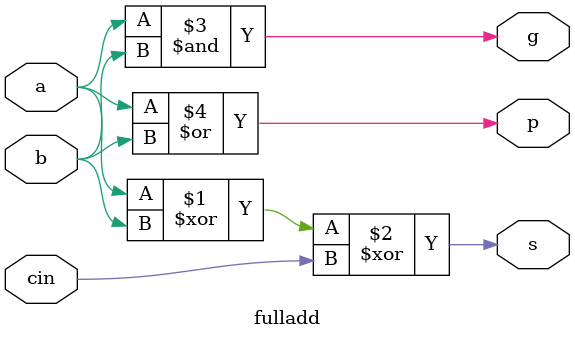
<source format=v>
module fulladd(cin, a, b, g, p, s);

input cin, a, b;
output g, p, s;

assign s = a^b^cin;
assign g = a&b;
assign p = a|b;

endmodule






</source>
